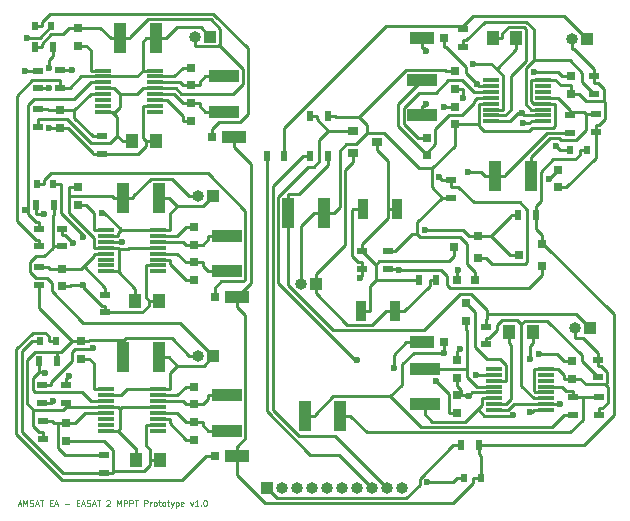
<source format=gbr>
G04 #@! TF.FileFunction,Copper,L1,Top,Signal*
%FSLAX46Y46*%
G04 Gerber Fmt 4.6, Leading zero omitted, Abs format (unit mm)*
G04 Created by KiCad (PCBNEW 4.0.7) date 04/07/18 17:00:11*
%MOMM*%
%LPD*%
G01*
G04 APERTURE LIST*
%ADD10C,0.100000*%
%ADD11C,0.125000*%
%ADD12R,0.800000X0.800000*%
%ADD13R,2.000000X1.100000*%
%ADD14R,0.750000X0.800000*%
%ADD15R,2.500000X1.000000*%
%ADD16R,0.900000X0.500000*%
%ADD17R,1.000000X1.250000*%
%ADD18R,0.600000X0.700000*%
%ADD19R,1.400000X0.300000*%
%ADD20R,0.500000X0.900000*%
%ADD21R,1.000000X2.500000*%
%ADD22R,0.800100X0.800100*%
%ADD23R,0.900000X1.700000*%
%ADD24R,0.800000X0.750000*%
%ADD25R,0.900000X0.800000*%
%ADD26R,1.000000X1.000000*%
%ADD27O,1.000000X1.000000*%
%ADD28C,0.600000*%
%ADD29C,0.250000*%
G04 APERTURE END LIST*
D10*
D11*
X124081909Y-125713333D02*
X124320004Y-125713333D01*
X124034290Y-125856190D02*
X124200957Y-125356190D01*
X124367623Y-125856190D01*
X124534290Y-125856190D02*
X124534290Y-125356190D01*
X124700956Y-125713333D01*
X124867623Y-125356190D01*
X124867623Y-125856190D01*
X125081909Y-125832381D02*
X125153338Y-125856190D01*
X125272385Y-125856190D01*
X125320004Y-125832381D01*
X125343814Y-125808571D01*
X125367623Y-125760952D01*
X125367623Y-125713333D01*
X125343814Y-125665714D01*
X125320004Y-125641905D01*
X125272385Y-125618095D01*
X125177147Y-125594286D01*
X125129528Y-125570476D01*
X125105719Y-125546667D01*
X125081909Y-125499048D01*
X125081909Y-125451429D01*
X125105719Y-125403810D01*
X125129528Y-125380000D01*
X125177147Y-125356190D01*
X125296195Y-125356190D01*
X125367623Y-125380000D01*
X125558099Y-125713333D02*
X125796194Y-125713333D01*
X125510480Y-125856190D02*
X125677147Y-125356190D01*
X125843813Y-125856190D01*
X125939051Y-125356190D02*
X126224765Y-125356190D01*
X126081908Y-125856190D02*
X126081908Y-125356190D01*
X126772384Y-125594286D02*
X126939050Y-125594286D01*
X127010479Y-125856190D02*
X126772384Y-125856190D01*
X126772384Y-125356190D01*
X127010479Y-125356190D01*
X127200955Y-125713333D02*
X127439050Y-125713333D01*
X127153336Y-125856190D02*
X127320003Y-125356190D01*
X127486669Y-125856190D01*
X128034288Y-125665714D02*
X128415240Y-125665714D01*
X129034288Y-125594286D02*
X129200954Y-125594286D01*
X129272383Y-125856190D02*
X129034288Y-125856190D01*
X129034288Y-125356190D01*
X129272383Y-125356190D01*
X129462859Y-125713333D02*
X129700954Y-125713333D01*
X129415240Y-125856190D02*
X129581907Y-125356190D01*
X129748573Y-125856190D01*
X129891430Y-125832381D02*
X129962859Y-125856190D01*
X130081906Y-125856190D01*
X130129525Y-125832381D01*
X130153335Y-125808571D01*
X130177144Y-125760952D01*
X130177144Y-125713333D01*
X130153335Y-125665714D01*
X130129525Y-125641905D01*
X130081906Y-125618095D01*
X129986668Y-125594286D01*
X129939049Y-125570476D01*
X129915240Y-125546667D01*
X129891430Y-125499048D01*
X129891430Y-125451429D01*
X129915240Y-125403810D01*
X129939049Y-125380000D01*
X129986668Y-125356190D01*
X130105716Y-125356190D01*
X130177144Y-125380000D01*
X130367620Y-125713333D02*
X130605715Y-125713333D01*
X130320001Y-125856190D02*
X130486668Y-125356190D01*
X130653334Y-125856190D01*
X130748572Y-125356190D02*
X131034286Y-125356190D01*
X130891429Y-125856190D02*
X130891429Y-125356190D01*
X131558095Y-125403810D02*
X131581905Y-125380000D01*
X131629524Y-125356190D01*
X131748571Y-125356190D01*
X131796190Y-125380000D01*
X131820000Y-125403810D01*
X131843809Y-125451429D01*
X131843809Y-125499048D01*
X131820000Y-125570476D01*
X131534286Y-125856190D01*
X131843809Y-125856190D01*
X132439047Y-125856190D02*
X132439047Y-125356190D01*
X132605713Y-125713333D01*
X132772380Y-125356190D01*
X132772380Y-125856190D01*
X133010476Y-125856190D02*
X133010476Y-125356190D01*
X133200952Y-125356190D01*
X133248571Y-125380000D01*
X133272380Y-125403810D01*
X133296190Y-125451429D01*
X133296190Y-125522857D01*
X133272380Y-125570476D01*
X133248571Y-125594286D01*
X133200952Y-125618095D01*
X133010476Y-125618095D01*
X133510476Y-125856190D02*
X133510476Y-125356190D01*
X133700952Y-125356190D01*
X133748571Y-125380000D01*
X133772380Y-125403810D01*
X133796190Y-125451429D01*
X133796190Y-125522857D01*
X133772380Y-125570476D01*
X133748571Y-125594286D01*
X133700952Y-125618095D01*
X133510476Y-125618095D01*
X133939047Y-125356190D02*
X134224761Y-125356190D01*
X134081904Y-125856190D02*
X134081904Y-125356190D01*
X134772380Y-125856190D02*
X134772380Y-125356190D01*
X134962856Y-125356190D01*
X135010475Y-125380000D01*
X135034284Y-125403810D01*
X135058094Y-125451429D01*
X135058094Y-125522857D01*
X135034284Y-125570476D01*
X135010475Y-125594286D01*
X134962856Y-125618095D01*
X134772380Y-125618095D01*
X135272380Y-125856190D02*
X135272380Y-125522857D01*
X135272380Y-125618095D02*
X135296189Y-125570476D01*
X135319999Y-125546667D01*
X135367618Y-125522857D01*
X135415237Y-125522857D01*
X135653332Y-125856190D02*
X135605713Y-125832381D01*
X135581904Y-125808571D01*
X135558094Y-125760952D01*
X135558094Y-125618095D01*
X135581904Y-125570476D01*
X135605713Y-125546667D01*
X135653332Y-125522857D01*
X135724761Y-125522857D01*
X135772380Y-125546667D01*
X135796189Y-125570476D01*
X135819999Y-125618095D01*
X135819999Y-125760952D01*
X135796189Y-125808571D01*
X135772380Y-125832381D01*
X135724761Y-125856190D01*
X135653332Y-125856190D01*
X135962856Y-125522857D02*
X136153332Y-125522857D01*
X136034285Y-125356190D02*
X136034285Y-125784762D01*
X136058094Y-125832381D01*
X136105713Y-125856190D01*
X136153332Y-125856190D01*
X136391427Y-125856190D02*
X136343808Y-125832381D01*
X136319999Y-125808571D01*
X136296189Y-125760952D01*
X136296189Y-125618095D01*
X136319999Y-125570476D01*
X136343808Y-125546667D01*
X136391427Y-125522857D01*
X136462856Y-125522857D01*
X136510475Y-125546667D01*
X136534284Y-125570476D01*
X136558094Y-125618095D01*
X136558094Y-125760952D01*
X136534284Y-125808571D01*
X136510475Y-125832381D01*
X136462856Y-125856190D01*
X136391427Y-125856190D01*
X136700951Y-125522857D02*
X136891427Y-125522857D01*
X136772380Y-125356190D02*
X136772380Y-125784762D01*
X136796189Y-125832381D01*
X136843808Y-125856190D01*
X136891427Y-125856190D01*
X137010475Y-125522857D02*
X137129522Y-125856190D01*
X137248570Y-125522857D02*
X137129522Y-125856190D01*
X137081903Y-125975238D01*
X137058094Y-125999048D01*
X137010475Y-126022857D01*
X137439046Y-125522857D02*
X137439046Y-126022857D01*
X137439046Y-125546667D02*
X137486665Y-125522857D01*
X137581903Y-125522857D01*
X137629522Y-125546667D01*
X137653331Y-125570476D01*
X137677141Y-125618095D01*
X137677141Y-125760952D01*
X137653331Y-125808571D01*
X137629522Y-125832381D01*
X137581903Y-125856190D01*
X137486665Y-125856190D01*
X137439046Y-125832381D01*
X138081903Y-125832381D02*
X138034284Y-125856190D01*
X137939046Y-125856190D01*
X137891427Y-125832381D01*
X137867617Y-125784762D01*
X137867617Y-125594286D01*
X137891427Y-125546667D01*
X137939046Y-125522857D01*
X138034284Y-125522857D01*
X138081903Y-125546667D01*
X138105712Y-125594286D01*
X138105712Y-125641905D01*
X137867617Y-125689524D01*
X138653331Y-125522857D02*
X138772378Y-125856190D01*
X138891426Y-125522857D01*
X139343806Y-125856190D02*
X139058092Y-125856190D01*
X139200949Y-125856190D02*
X139200949Y-125356190D01*
X139153330Y-125427619D01*
X139105711Y-125475238D01*
X139058092Y-125499048D01*
X139558092Y-125808571D02*
X139581901Y-125832381D01*
X139558092Y-125856190D01*
X139534282Y-125832381D01*
X139558092Y-125808571D01*
X139558092Y-125856190D01*
X139891425Y-125356190D02*
X139939044Y-125356190D01*
X139986663Y-125380000D01*
X140010472Y-125403810D01*
X140034282Y-125451429D01*
X140058091Y-125546667D01*
X140058091Y-125665714D01*
X140034282Y-125760952D01*
X140010472Y-125808571D01*
X139986663Y-125832381D01*
X139939044Y-125856190D01*
X139891425Y-125856190D01*
X139843806Y-125832381D01*
X139819996Y-125808571D01*
X139796187Y-125760952D01*
X139772377Y-125665714D01*
X139772377Y-125546667D01*
X139796187Y-125451429D01*
X139819996Y-125403810D01*
X139843806Y-125380000D01*
X139891425Y-125356190D01*
D12*
X160150000Y-112000000D03*
D13*
X158250000Y-112000000D03*
D14*
X161250000Y-116500000D03*
X161250000Y-118000000D03*
X161250000Y-113500000D03*
X161250000Y-115000000D03*
D15*
X158500000Y-117250000D03*
X158500000Y-114250000D03*
D14*
X170970000Y-113580000D03*
X170970000Y-115080000D03*
D16*
X171070000Y-118180000D03*
X171070000Y-116680000D03*
X173170000Y-114980000D03*
X173170000Y-113480000D03*
X173270000Y-116680000D03*
X173270000Y-118180000D03*
X163670000Y-110680000D03*
X163670000Y-112180000D03*
D17*
X167670000Y-111130000D03*
X165670000Y-111130000D03*
D14*
X158670000Y-94680000D03*
X158670000Y-96180000D03*
D18*
X161850000Y-123500000D03*
X163250000Y-123500000D03*
D19*
X168750000Y-117750000D03*
X168750000Y-117250000D03*
X168750000Y-116750000D03*
X168750000Y-116250000D03*
X168750000Y-115750000D03*
X164350000Y-115750000D03*
X164350000Y-116250000D03*
X164350000Y-116750000D03*
X164350000Y-117250000D03*
X164350000Y-117750000D03*
X168750000Y-115250000D03*
X168750000Y-114750000D03*
X168750000Y-114250000D03*
X164350000Y-115250000D03*
X164350000Y-114750000D03*
X164350000Y-114250000D03*
D20*
X161620000Y-120730000D03*
X163120000Y-120730000D03*
D21*
X148370000Y-118230000D03*
X151370000Y-118230000D03*
D14*
X161050000Y-92050000D03*
X161050000Y-93550000D03*
X161050000Y-89050000D03*
X161050000Y-90550000D03*
D15*
X158300000Y-92800000D03*
X158300000Y-89800000D03*
D12*
X160150000Y-86250000D03*
D13*
X158250000Y-86250000D03*
D20*
X166420000Y-101230000D03*
X167920000Y-101230000D03*
D16*
X170770000Y-94280000D03*
X170770000Y-92780000D03*
D14*
X169770000Y-97380000D03*
X169770000Y-98880000D03*
D16*
X172970000Y-92680000D03*
X172970000Y-94180000D03*
D18*
X170850000Y-95750000D03*
X172250000Y-95750000D03*
D16*
X161750000Y-85500000D03*
X161750000Y-87000000D03*
D21*
X164470000Y-97930000D03*
X167470000Y-97930000D03*
D14*
X170870000Y-89480000D03*
X170870000Y-90980000D03*
D19*
X168550000Y-93300000D03*
X168550000Y-92800000D03*
X168550000Y-92300000D03*
X168550000Y-91800000D03*
X168550000Y-91300000D03*
X164150000Y-91300000D03*
X164150000Y-91800000D03*
X164150000Y-92300000D03*
X164150000Y-92800000D03*
X164150000Y-93300000D03*
X168550000Y-90800000D03*
X168550000Y-90300000D03*
X168550000Y-89800000D03*
X164150000Y-90800000D03*
X164150000Y-90300000D03*
X164150000Y-89800000D03*
D17*
X166250000Y-86250000D03*
X164250000Y-86250000D03*
D16*
X172870000Y-90980000D03*
X172870000Y-89480000D03*
D15*
X141750000Y-116500000D03*
X141750000Y-119500000D03*
D12*
X140720000Y-121630000D03*
D13*
X142620000Y-121630000D03*
D14*
X139000000Y-120250000D03*
X139000000Y-118750000D03*
X139000000Y-117250000D03*
X139000000Y-115750000D03*
D19*
X131500000Y-116000000D03*
X131500000Y-116500000D03*
X131500000Y-117000000D03*
X131500000Y-117500000D03*
X131500000Y-118000000D03*
X135900000Y-118000000D03*
X135900000Y-117500000D03*
X135900000Y-117000000D03*
X135900000Y-116500000D03*
X135900000Y-116000000D03*
X131500000Y-118500000D03*
X131500000Y-119000000D03*
X131500000Y-119500000D03*
X135900000Y-118500000D03*
X135900000Y-119000000D03*
X135900000Y-119500000D03*
D17*
X134070000Y-121930000D03*
X136070000Y-121930000D03*
D16*
X126170000Y-118680000D03*
X126170000Y-120180000D03*
D14*
X128170000Y-120380000D03*
X128170000Y-118880000D03*
D16*
X131370000Y-123080000D03*
X131370000Y-121580000D03*
D21*
X136000000Y-113250000D03*
X133000000Y-113250000D03*
D20*
X125870000Y-113630000D03*
X127370000Y-113630000D03*
D14*
X129370000Y-113380000D03*
X129370000Y-111880000D03*
D16*
X126120000Y-117130000D03*
X126120000Y-115630000D03*
D18*
X125920000Y-111880000D03*
X127320000Y-111880000D03*
D16*
X128120000Y-115630000D03*
X128120000Y-117130000D03*
D15*
X141750000Y-103000000D03*
X141750000Y-106000000D03*
D12*
X140720000Y-108130000D03*
D13*
X142620000Y-108130000D03*
D14*
X139000000Y-106750000D03*
X139000000Y-105250000D03*
X139000000Y-103750000D03*
X139000000Y-102250000D03*
D19*
X131500000Y-102500000D03*
X131500000Y-103000000D03*
X131500000Y-103500000D03*
X131500000Y-104000000D03*
X131500000Y-104500000D03*
X135900000Y-104500000D03*
X135900000Y-104000000D03*
X135900000Y-103500000D03*
X135900000Y-103000000D03*
X135900000Y-102500000D03*
X131500000Y-105000000D03*
X131500000Y-105500000D03*
X131500000Y-106000000D03*
X135900000Y-105000000D03*
X135900000Y-105500000D03*
X135900000Y-106000000D03*
D17*
X134000000Y-108500000D03*
X136000000Y-108500000D03*
D16*
X125870000Y-105630000D03*
X125870000Y-107130000D03*
D14*
X127770000Y-107280000D03*
X127770000Y-105780000D03*
D16*
X131470000Y-109480000D03*
X131470000Y-107980000D03*
D21*
X136000000Y-99750000D03*
X133000000Y-99750000D03*
D20*
X127120000Y-100380000D03*
X125620000Y-100380000D03*
D14*
X129120000Y-100380000D03*
X129120000Y-98880000D03*
D16*
X125870000Y-103880000D03*
X125870000Y-102380000D03*
D18*
X127070000Y-98630000D03*
X125670000Y-98630000D03*
D16*
X127770000Y-102380000D03*
X127770000Y-103880000D03*
D19*
X131250000Y-89000000D03*
X131250000Y-89500000D03*
X131250000Y-90000000D03*
X131250000Y-90500000D03*
X131250000Y-91000000D03*
X135650000Y-91000000D03*
X135650000Y-90500000D03*
X135650000Y-90000000D03*
X135650000Y-89500000D03*
X135650000Y-89000000D03*
X131250000Y-91500000D03*
X131250000Y-92000000D03*
X131250000Y-92500000D03*
X135650000Y-91500000D03*
X135650000Y-92000000D03*
X135650000Y-92500000D03*
D22*
X168470760Y-105580000D03*
X168470760Y-103680000D03*
X166471780Y-104630000D03*
D23*
X156020000Y-109330000D03*
X153120000Y-109330000D03*
D17*
X133750000Y-95000000D03*
X135750000Y-95000000D03*
D21*
X135750000Y-86250000D03*
X132750000Y-86250000D03*
D14*
X138750000Y-90250000D03*
X138750000Y-88750000D03*
X138750000Y-93250000D03*
X138750000Y-91750000D03*
X129120000Y-86880000D03*
X129120000Y-85380000D03*
X127620000Y-93880000D03*
X127620000Y-92380000D03*
X161970000Y-108680000D03*
X161970000Y-110180000D03*
D24*
X161250000Y-106750000D03*
X162750000Y-106750000D03*
D18*
X126900000Y-85250000D03*
X125500000Y-85250000D03*
D12*
X140470000Y-94630000D03*
D13*
X142370000Y-94630000D03*
D15*
X141500000Y-89500000D03*
X141500000Y-92500000D03*
D16*
X127670000Y-88980000D03*
X127670000Y-90480000D03*
X125750000Y-90500000D03*
X125750000Y-89000000D03*
D20*
X127000000Y-87000000D03*
X125500000Y-87000000D03*
D16*
X131170000Y-96080000D03*
X131170000Y-94580000D03*
X125750000Y-92250000D03*
X125750000Y-93750000D03*
X155370000Y-105780000D03*
X155370000Y-104280000D03*
X153170000Y-104280000D03*
X153170000Y-105780000D03*
D23*
X156150000Y-100750000D03*
X153250000Y-100750000D03*
D16*
X160750000Y-98250000D03*
X160750000Y-99750000D03*
D20*
X159500000Y-106750000D03*
X158000000Y-106750000D03*
D22*
X162999760Y-104900000D03*
X162999760Y-103000000D03*
X161000780Y-103950000D03*
D21*
X146970000Y-101030000D03*
X149970000Y-101030000D03*
D20*
X148820000Y-92830000D03*
X150320000Y-92830000D03*
X145120000Y-96230000D03*
X146620000Y-96230000D03*
X148800000Y-96240000D03*
X150300000Y-96240000D03*
D25*
X152470000Y-94080000D03*
X152470000Y-95980000D03*
X154470000Y-95030000D03*
D26*
X140620000Y-99630000D03*
D27*
X139350000Y-99630000D03*
D26*
X140620000Y-113130000D03*
D27*
X139350000Y-113130000D03*
D26*
X140370000Y-86130000D03*
D27*
X139100000Y-86130000D03*
D26*
X172270000Y-86330000D03*
D27*
X171000000Y-86330000D03*
D26*
X172470000Y-110830000D03*
D27*
X171200000Y-110830000D03*
D26*
X149270000Y-107030000D03*
D27*
X148000000Y-107030000D03*
D26*
X145170000Y-124330000D03*
D27*
X146440000Y-124330000D03*
X147710000Y-124330000D03*
X148980000Y-124330000D03*
X150250000Y-124330000D03*
X151520000Y-124330000D03*
X152790000Y-124330000D03*
X154060000Y-124330000D03*
X155330000Y-124330000D03*
X156600000Y-124330000D03*
D28*
X162228700Y-116568300D03*
X127075900Y-116986000D03*
X124670500Y-89000000D03*
X131149200Y-101048800D03*
X126716500Y-93880000D03*
X124863400Y-86224600D03*
X129565100Y-107194400D03*
X129565100Y-103127900D03*
X161303400Y-105863900D03*
X166731300Y-92603300D03*
X169970100Y-117250000D03*
X161478400Y-112563300D03*
X166797800Y-93403700D03*
X167425600Y-117905100D03*
X168995400Y-98154600D03*
X156353300Y-105877500D03*
X160137300Y-92050000D03*
X159747400Y-98027600D03*
X167730600Y-89126200D03*
X169617700Y-95373500D03*
X158644900Y-87302500D03*
X153017400Y-106566000D03*
X158494200Y-102495500D03*
X159482900Y-115312700D03*
X162190300Y-97583900D03*
X162918800Y-90129600D03*
X160108200Y-112915800D03*
X162814000Y-114737000D03*
X161786400Y-91302600D03*
X162586100Y-88403100D03*
X158586300Y-91795600D03*
X166018800Y-118143900D03*
X167406800Y-113398600D03*
X168148100Y-112998900D03*
X152794600Y-113481000D03*
X158705300Y-123824800D03*
X155882700Y-114145100D03*
X124655700Y-100779800D03*
X128421000Y-114868100D03*
X130409300Y-112452100D03*
X132915600Y-103500000D03*
X126710000Y-88752200D03*
X126364700Y-114576400D03*
X126271600Y-101155300D03*
X128637900Y-88980000D03*
X126715900Y-90500000D03*
X128735900Y-103633600D03*
D29*
X137521100Y-85304200D02*
X136575300Y-86250000D01*
X139544200Y-85304200D02*
X137521100Y-85304200D01*
X140370000Y-86130000D02*
X139544200Y-85304200D01*
X135750000Y-86250000D02*
X136575300Y-86250000D01*
X135750000Y-86250000D02*
X134924700Y-86250000D01*
X135650000Y-89000000D02*
X134624700Y-89000000D01*
X125870000Y-103880000D02*
X125870000Y-103304700D01*
X129425300Y-89500000D02*
X128445300Y-90480000D01*
X131250000Y-89500000D02*
X129425300Y-89500000D01*
X125582400Y-103304700D02*
X125870000Y-103304700D01*
X123973800Y-101696100D02*
X125582400Y-103304700D01*
X123973800Y-91113300D02*
X123973800Y-101696100D01*
X125262600Y-89824500D02*
X123973800Y-91113300D01*
X127589800Y-89824500D02*
X125262600Y-89824500D01*
X127670000Y-89904700D02*
X127589800Y-89824500D01*
X127670000Y-90480000D02*
X128445300Y-90480000D01*
X127670000Y-90480000D02*
X127670000Y-89904700D01*
X134624700Y-86550000D02*
X134924700Y-86250000D01*
X134624700Y-89000000D02*
X134624700Y-86550000D01*
X134124700Y-89500000D02*
X131250000Y-89500000D01*
X134624700Y-89000000D02*
X134124700Y-89500000D01*
X133000000Y-113250000D02*
X133000000Y-112002400D01*
X131500000Y-104000000D02*
X130474700Y-104000000D01*
X169770000Y-98880000D02*
X170470300Y-98880000D01*
X129120000Y-98880000D02*
X128419700Y-98880000D01*
X131500000Y-104000000D02*
X132525300Y-104000000D01*
X131500000Y-117500000D02*
X132525300Y-117500000D01*
X131500000Y-106000000D02*
X132525300Y-106000000D01*
X134000000Y-107474700D02*
X134000000Y-108500000D01*
X132525300Y-106000000D02*
X134000000Y-107474700D01*
X132525300Y-117500000D02*
X132692600Y-117667300D01*
X132859900Y-117500000D02*
X135900000Y-117500000D01*
X132692600Y-117667300D02*
X132859900Y-117500000D01*
X134070000Y-121930000D02*
X134070000Y-120979700D01*
X139350000Y-99630000D02*
X138524700Y-99630000D01*
X133000000Y-99750000D02*
X133825300Y-99750000D01*
X133000000Y-99750000D02*
X132174700Y-99750000D01*
X132037300Y-99612600D02*
X132174700Y-99750000D01*
X128419700Y-99612600D02*
X132037300Y-99612600D01*
X139350000Y-113130000D02*
X138524700Y-113130000D01*
X129370000Y-111880000D02*
X128669700Y-111880000D01*
X129370000Y-111880000D02*
X130070300Y-111880000D01*
X133205400Y-111674600D02*
X133000000Y-111880000D01*
X137069300Y-111674600D02*
X133205400Y-111674600D01*
X138524700Y-113130000D02*
X137069300Y-111674600D01*
X133000000Y-111880000D02*
X133000000Y-112002400D01*
X170870000Y-90980000D02*
X170870000Y-90254700D01*
X172970000Y-94180000D02*
X172970000Y-93604700D01*
X128419700Y-101098100D02*
X128419700Y-99612600D01*
X130474700Y-103153100D02*
X128419700Y-101098100D01*
X130474700Y-104000000D02*
X130474700Y-103153100D01*
X131054700Y-85380000D02*
X129120000Y-85380000D01*
X131924700Y-86250000D02*
X131054700Y-85380000D01*
X126075300Y-86708800D02*
X126075300Y-87000000D01*
X126858700Y-85925400D02*
X126075300Y-86708800D01*
X127874300Y-85925400D02*
X126858700Y-85925400D01*
X128419700Y-85380000D02*
X127874300Y-85925400D01*
X129120000Y-85380000D02*
X128419700Y-85380000D01*
X125500000Y-87000000D02*
X126075300Y-87000000D01*
X133825300Y-99646800D02*
X133825300Y-99750000D01*
X135297500Y-98174600D02*
X133825300Y-99646800D01*
X137069300Y-98174600D02*
X135297500Y-98174600D01*
X138524700Y-99630000D02*
X137069300Y-98174600D01*
X161250000Y-116500000D02*
X161600200Y-116500000D01*
X173170000Y-113480000D02*
X173170000Y-114055300D01*
X161250000Y-115000000D02*
X161250000Y-115725300D01*
X161600200Y-116075500D02*
X161250000Y-115725300D01*
X161600200Y-116500000D02*
X161600200Y-116075500D01*
X161600200Y-116500000D02*
X161950300Y-116500000D01*
X172970000Y-96380300D02*
X172970000Y-94180000D01*
X170470300Y-98880000D02*
X172970000Y-96380300D01*
X162018600Y-116568300D02*
X162228700Y-116568300D01*
X161950300Y-116500000D02*
X162018600Y-116568300D01*
X162547000Y-116250000D02*
X164350000Y-116250000D01*
X162228700Y-116568300D02*
X162547000Y-116250000D01*
X173270000Y-118180000D02*
X173270000Y-117604700D01*
X167861600Y-116250000D02*
X168750000Y-116250000D01*
X167724700Y-116113100D02*
X167861600Y-116250000D01*
X167724700Y-114250000D02*
X167724700Y-116113100D01*
X168750000Y-114250000D02*
X167724700Y-114250000D01*
X170269700Y-114744400D02*
X169775300Y-114250000D01*
X170269700Y-115080000D02*
X170269700Y-114744400D01*
X170970000Y-115080000D02*
X170269700Y-115080000D01*
X168750000Y-114250000D02*
X169775300Y-114250000D01*
X173557600Y-117604700D02*
X173270000Y-117604700D01*
X174045400Y-117116900D02*
X173557600Y-117604700D01*
X174045400Y-115794000D02*
X174045400Y-117116900D01*
X173806800Y-115555400D02*
X174045400Y-115794000D01*
X173945400Y-115416800D02*
X173806800Y-115555400D01*
X173945400Y-114543100D02*
X173945400Y-115416800D01*
X173457600Y-114055300D02*
X173945400Y-114543100D01*
X173170000Y-114055300D02*
X173457600Y-114055300D01*
X172145700Y-115555400D02*
X171670300Y-115080000D01*
X173806800Y-115555400D02*
X172145700Y-115555400D01*
X170970000Y-115080000D02*
X171670300Y-115080000D01*
X171200000Y-110830000D02*
X171200000Y-111655300D01*
X173170000Y-113480000D02*
X173170000Y-112904700D01*
X127370000Y-113630000D02*
X127370000Y-112854700D01*
X125870000Y-109080300D02*
X128669700Y-111880000D01*
X125870000Y-107130000D02*
X125870000Y-109080300D01*
X128120000Y-117130000D02*
X128120000Y-117477700D01*
X130452400Y-117477700D02*
X130474700Y-117500000D01*
X128120000Y-117477700D02*
X130452400Y-117477700D01*
X131500000Y-117500000D02*
X130474700Y-117500000D01*
X132692600Y-119332700D02*
X132525300Y-119500000D01*
X132692600Y-117667300D02*
X132692600Y-119332700D01*
X131500000Y-119500000D02*
X132525300Y-119500000D01*
X134005000Y-120979700D02*
X134070000Y-120979700D01*
X132525300Y-119500000D02*
X134005000Y-120979700D01*
X172870000Y-89480000D02*
X172870000Y-90055300D01*
X170870000Y-90980000D02*
X171570300Y-90980000D01*
X172191500Y-91601200D02*
X171570300Y-90980000D01*
X173671900Y-91601200D02*
X172191500Y-91601200D01*
X173671900Y-90569600D02*
X173671900Y-91601200D01*
X173157600Y-90055300D02*
X173671900Y-90569600D01*
X172870000Y-90055300D02*
X173157600Y-90055300D01*
X173257600Y-93604700D02*
X172970000Y-93604700D01*
X173745400Y-93116900D02*
X173257600Y-93604700D01*
X173745400Y-91674700D02*
X173745400Y-93116900D01*
X173671900Y-91601200D02*
X173745400Y-91674700D01*
X170030000Y-90254700D02*
X169575300Y-89800000D01*
X170870000Y-90254700D02*
X170030000Y-90254700D01*
X168714900Y-89800000D02*
X169575300Y-89800000D01*
X168714900Y-89800000D02*
X168550000Y-89800000D01*
X167739900Y-91800000D02*
X168550000Y-91800000D01*
X167524700Y-91584800D02*
X167739900Y-91800000D01*
X167524700Y-89800000D02*
X167524700Y-91584800D01*
X168550000Y-89800000D02*
X167524700Y-89800000D01*
X171920600Y-111655300D02*
X173170000Y-112904700D01*
X171200000Y-111655300D02*
X171920600Y-111655300D01*
X168550000Y-91800000D02*
X169575300Y-91800000D01*
X171120600Y-87155300D02*
X172870000Y-88904700D01*
X171000000Y-87155300D02*
X171120600Y-87155300D01*
X172870000Y-89480000D02*
X172870000Y-88904700D01*
X171000000Y-86330000D02*
X171000000Y-87155300D01*
X127695000Y-112854700D02*
X127370000Y-112854700D01*
X128669700Y-111880000D02*
X127695000Y-112854700D01*
X126170000Y-120180000D02*
X126170000Y-119604700D01*
X127892300Y-117705400D02*
X128120000Y-117477700D01*
X125382800Y-117705400D02*
X127892300Y-117705400D01*
X124844600Y-117167200D02*
X125382800Y-117705400D01*
X124844600Y-113494900D02*
X124844600Y-117167200D01*
X125484800Y-112854700D02*
X124844600Y-113494900D01*
X127370000Y-112854700D02*
X125484800Y-112854700D01*
X125882300Y-119604700D02*
X126170000Y-119604700D01*
X125382800Y-119105200D02*
X125882300Y-119604700D01*
X125382800Y-117705400D02*
X125382800Y-119105200D01*
X130123500Y-111826800D02*
X130070300Y-111880000D01*
X132946800Y-111826800D02*
X130123500Y-111826800D01*
X133000000Y-111880000D02*
X132946800Y-111826800D01*
X132525300Y-104000000D02*
X132650600Y-104125300D01*
X132650600Y-105874700D02*
X132525300Y-106000000D01*
X132650600Y-104125300D02*
X132650600Y-105874700D01*
X135250000Y-90500000D02*
X134624700Y-90500000D01*
X155370000Y-104280000D02*
X156032700Y-104280000D01*
X162750000Y-106750000D02*
X162750000Y-106049700D01*
X133750000Y-95000000D02*
X132924700Y-95000000D01*
X125750000Y-93750000D02*
X125750000Y-93174700D01*
X133496200Y-104000000D02*
X135900000Y-104000000D01*
X133370900Y-104125300D02*
X133496200Y-104000000D01*
X132650600Y-104125300D02*
X133370900Y-104125300D01*
X131250000Y-90500000D02*
X132162700Y-90500000D01*
X134119000Y-91005700D02*
X134624700Y-90500000D01*
X132668400Y-91005700D02*
X134119000Y-91005700D01*
X132668400Y-92106900D02*
X132275300Y-92500000D01*
X132668400Y-91005700D02*
X132668400Y-92106900D01*
X131250000Y-92500000D02*
X131997700Y-92500000D01*
X131997700Y-92500000D02*
X132275300Y-92500000D01*
X132461500Y-92963800D02*
X132461500Y-94536800D01*
X131997700Y-92500000D02*
X132461500Y-92963800D01*
X131830900Y-95167400D02*
X132461500Y-94536800D01*
X130273300Y-95167400D02*
X131830900Y-95167400D01*
X128238700Y-93132800D02*
X130273300Y-95167400D01*
X125791900Y-93132800D02*
X128238700Y-93132800D01*
X125750000Y-93174700D02*
X125791900Y-93132800D01*
X132461500Y-94536800D02*
X132924700Y-95000000D01*
X128419700Y-99612600D02*
X128419700Y-98880000D01*
X132162700Y-90500000D02*
X132668400Y-91005700D01*
X132750000Y-86250000D02*
X131924700Y-86250000D01*
X139100000Y-86130000D02*
X139100000Y-86955300D01*
X132750000Y-86250000D02*
X133575300Y-86250000D01*
X135250000Y-90500000D02*
X135650000Y-90500000D01*
X143083900Y-88843700D02*
X141102900Y-86862700D01*
X143083900Y-90134800D02*
X143083900Y-88843700D01*
X142242000Y-90976700D02*
X143083900Y-90134800D01*
X137913300Y-90976700D02*
X142242000Y-90976700D01*
X137436600Y-90500000D02*
X137913300Y-90976700D01*
X135650000Y-90500000D02*
X137436600Y-90500000D01*
X141010300Y-86955300D02*
X141102900Y-86862700D01*
X139100000Y-86955300D02*
X141010300Y-86955300D01*
X133575300Y-86146800D02*
X133575300Y-86250000D01*
X135047500Y-84674600D02*
X133575300Y-86146800D01*
X140415900Y-84674600D02*
X135047500Y-84674600D01*
X141195500Y-85454200D02*
X140415900Y-84674600D01*
X141195500Y-86770100D02*
X141195500Y-85454200D01*
X141102900Y-86862700D02*
X141195500Y-86770100D01*
X161050000Y-89050000D02*
X160349700Y-89050000D01*
X150983600Y-92918300D02*
X150895300Y-92830000D01*
X152931400Y-92918300D02*
X150983600Y-92918300D01*
X160237100Y-88937400D02*
X160349700Y-89050000D01*
X156912300Y-88937400D02*
X160237100Y-88937400D01*
X152931400Y-92918300D02*
X156912300Y-88937400D01*
X150320000Y-92830000D02*
X150895300Y-92830000D01*
X164150000Y-91800000D02*
X163124700Y-91800000D01*
X149970000Y-101030000D02*
X150795300Y-101030000D01*
X148000000Y-102174700D02*
X149144700Y-101030000D01*
X148000000Y-107030000D02*
X148000000Y-102174700D01*
X149970000Y-101030000D02*
X149144700Y-101030000D01*
X160750000Y-99750000D02*
X159974700Y-99750000D01*
X153598100Y-93585000D02*
X153598100Y-94283900D01*
X152931400Y-92918300D02*
X153598100Y-93585000D01*
X151294300Y-100531000D02*
X150795300Y-101030000D01*
X151294300Y-95793200D02*
X151294300Y-100531000D01*
X151872500Y-95215000D02*
X151294300Y-95793200D01*
X152667000Y-95215000D02*
X151872500Y-95215000D01*
X153598100Y-94283900D02*
X152667000Y-95215000D01*
X157439100Y-102873600D02*
X157868100Y-102873600D01*
X156032700Y-104280000D02*
X157439100Y-102873600D01*
X162049700Y-105349400D02*
X162750000Y-106049700D01*
X162049700Y-103704300D02*
X162049700Y-105349400D01*
X161466200Y-103120800D02*
X162049700Y-103704300D01*
X158115300Y-103120800D02*
X161466200Y-103120800D01*
X157868100Y-102873600D02*
X158115300Y-103120800D01*
X157868100Y-101856600D02*
X157868100Y-102873600D01*
X159974700Y-99750000D02*
X157868100Y-101856600D01*
X161050000Y-93550000D02*
X161750300Y-93550000D01*
X163124700Y-93550000D02*
X161750300Y-93550000D01*
X163124700Y-93686500D02*
X163124700Y-93550000D01*
X163529400Y-94091200D02*
X163124700Y-93686500D01*
X167370400Y-94091200D02*
X163529400Y-94091200D01*
X167632000Y-93829600D02*
X167370400Y-94091200D01*
X169400500Y-93829600D02*
X167632000Y-93829600D01*
X169575300Y-93654800D02*
X169400500Y-93829600D01*
X169575300Y-91800000D02*
X169575300Y-93654800D01*
X163124700Y-93550000D02*
X163124700Y-91800000D01*
X159121400Y-98896700D02*
X159974700Y-99750000D01*
X159121400Y-97281200D02*
X159121400Y-98896700D01*
X158032100Y-97281200D02*
X159121400Y-97281200D01*
X155034800Y-94283900D02*
X158032100Y-97281200D01*
X153598100Y-94283900D02*
X155034800Y-94283900D01*
X161050000Y-95352600D02*
X161050000Y-93550000D01*
X159121400Y-97281200D02*
X161050000Y-95352600D01*
X126120000Y-117130000D02*
X126895300Y-117130000D01*
X127039300Y-116986000D02*
X127075900Y-116986000D01*
X126895300Y-117130000D02*
X127039300Y-116986000D01*
X131500000Y-103000000D02*
X132525300Y-103000000D01*
X125750000Y-89000000D02*
X124974700Y-89000000D01*
X124974700Y-89000000D02*
X124670500Y-89000000D01*
X136000000Y-99750000D02*
X136825300Y-99750000D01*
X139760000Y-100490000D02*
X137565300Y-100490000D01*
X140620000Y-99630000D02*
X139760000Y-100490000D01*
X137565300Y-100490000D02*
X136825300Y-99750000D01*
X136925300Y-101130000D02*
X137565300Y-100490000D01*
X136925300Y-102500000D02*
X136925300Y-101130000D01*
X135900000Y-102500000D02*
X136925300Y-102500000D01*
X132769300Y-102500000D02*
X135900000Y-102500000D01*
X132525300Y-102744000D02*
X132769300Y-102500000D01*
X132525300Y-103000000D02*
X132525300Y-102744000D01*
X131373400Y-101048800D02*
X131149200Y-101048800D01*
X132769300Y-102444700D02*
X131373400Y-101048800D01*
X132769300Y-102500000D02*
X132769300Y-102444700D01*
X136000000Y-113250000D02*
X136825300Y-113250000D01*
X135900000Y-116000000D02*
X136925300Y-116000000D01*
X127770000Y-103880000D02*
X127107300Y-103880000D01*
X127120000Y-100380000D02*
X127120000Y-101155300D01*
X132769200Y-116500000D02*
X131500000Y-116500000D01*
X133269200Y-116000000D02*
X132769200Y-116500000D01*
X135900000Y-116000000D02*
X133269200Y-116000000D01*
X136925300Y-114594600D02*
X137547600Y-113972300D01*
X136925300Y-116000000D02*
X136925300Y-114594600D01*
X137547600Y-113972300D02*
X136825300Y-113250000D01*
X139777700Y-113972300D02*
X140568700Y-113181300D01*
X137547600Y-113972300D02*
X139777700Y-113972300D01*
X140568700Y-113181300D02*
X140620000Y-113130000D01*
X126994700Y-103983300D02*
X126994700Y-103880000D01*
X126272700Y-104705300D02*
X126994700Y-103983300D01*
X125571600Y-104705300D02*
X126272700Y-104705300D01*
X125094600Y-105182300D02*
X125571600Y-104705300D01*
X125094600Y-106076600D02*
X125094600Y-105182300D01*
X125572600Y-106554600D02*
X125094600Y-106076600D01*
X126503500Y-106554600D02*
X125572600Y-106554600D01*
X126933000Y-106984100D02*
X126503500Y-106554600D01*
X126933000Y-107700200D02*
X126933000Y-106984100D01*
X129606800Y-110374000D02*
X126933000Y-107700200D01*
X137761400Y-110374000D02*
X129606800Y-110374000D01*
X140568700Y-113181300D02*
X137761400Y-110374000D01*
X127107300Y-103880000D02*
X126994700Y-103880000D01*
X126994700Y-101280600D02*
X127120000Y-101155300D01*
X126994700Y-103880000D02*
X126994700Y-101280600D01*
X137799700Y-90000000D02*
X136675300Y-90000000D01*
X138049700Y-90250000D02*
X137799700Y-90000000D01*
X135650000Y-90000000D02*
X136675300Y-90000000D01*
X138399900Y-90250000D02*
X138049700Y-90250000D01*
X138399900Y-90250000D02*
X138750000Y-90250000D01*
X139450300Y-89974400D02*
X139924700Y-89500000D01*
X139450300Y-90250000D02*
X139450300Y-89974400D01*
X141500000Y-89500000D02*
X139924700Y-89500000D01*
X138750000Y-90250000D02*
X139450300Y-90250000D01*
X138750000Y-88750000D02*
X138049700Y-88750000D01*
X137299700Y-89500000D02*
X135650000Y-89500000D01*
X138049700Y-88750000D02*
X137299700Y-89500000D01*
X140174700Y-103275600D02*
X139700300Y-103750000D01*
X140174700Y-103000000D02*
X140174700Y-103275600D01*
X139000000Y-103750000D02*
X139700300Y-103750000D01*
X141750000Y-103000000D02*
X140174700Y-103000000D01*
X138049700Y-103500000D02*
X138299700Y-103750000D01*
X135900000Y-103500000D02*
X138049700Y-103500000D01*
X139000000Y-103750000D02*
X138299700Y-103750000D01*
X137549700Y-103000000D02*
X138299700Y-102250000D01*
X135900000Y-103000000D02*
X137549700Y-103000000D01*
X139000000Y-102250000D02*
X138299700Y-102250000D01*
X140174700Y-116775600D02*
X139700300Y-117250000D01*
X140174700Y-116500000D02*
X140174700Y-116775600D01*
X139000000Y-117250000D02*
X139700300Y-117250000D01*
X141750000Y-116500000D02*
X140174700Y-116500000D01*
X138049700Y-117000000D02*
X138299700Y-117250000D01*
X135900000Y-117000000D02*
X138049700Y-117000000D01*
X139000000Y-117250000D02*
X138299700Y-117250000D01*
X137549700Y-116500000D02*
X138299700Y-115750000D01*
X135900000Y-116500000D02*
X137549700Y-116500000D01*
X139000000Y-115750000D02*
X138299700Y-115750000D01*
X138049700Y-92874400D02*
X138049700Y-93250000D01*
X136675300Y-91500000D02*
X138049700Y-92874400D01*
X135650000Y-91500000D02*
X136675300Y-91500000D01*
X138750000Y-93250000D02*
X138049700Y-93250000D01*
X139450300Y-92025600D02*
X139924700Y-92500000D01*
X139450300Y-91750000D02*
X139450300Y-92025600D01*
X141500000Y-92500000D02*
X139924700Y-92500000D01*
X138750000Y-91750000D02*
X139450300Y-91750000D01*
X137299700Y-91000000D02*
X138049700Y-91750000D01*
X135650000Y-91000000D02*
X137299700Y-91000000D01*
X138750000Y-91750000D02*
X138049700Y-91750000D01*
X136925300Y-105375600D02*
X138299700Y-106750000D01*
X136925300Y-105000000D02*
X136925300Y-105375600D01*
X139000000Y-106750000D02*
X138299700Y-106750000D01*
X135900000Y-105000000D02*
X136925300Y-105000000D01*
X137549700Y-104500000D02*
X135900000Y-104500000D01*
X138299700Y-105250000D02*
X137549700Y-104500000D01*
X138649900Y-105250000D02*
X138299700Y-105250000D01*
X138649900Y-105250000D02*
X139000000Y-105250000D01*
X139700300Y-105525600D02*
X140174700Y-106000000D01*
X139700300Y-105250000D02*
X139700300Y-105525600D01*
X141750000Y-106000000D02*
X140174700Y-106000000D01*
X139000000Y-105250000D02*
X139700300Y-105250000D01*
X136925300Y-118875600D02*
X138299700Y-120250000D01*
X136925300Y-118500000D02*
X136925300Y-118875600D01*
X139000000Y-120250000D02*
X138299700Y-120250000D01*
X135900000Y-118500000D02*
X136925300Y-118500000D01*
X137549700Y-118000000D02*
X135900000Y-118000000D01*
X138299700Y-118750000D02*
X137549700Y-118000000D01*
X138649900Y-118750000D02*
X138299700Y-118750000D01*
X138649900Y-118750000D02*
X139000000Y-118750000D01*
X139700300Y-119025600D02*
X140174700Y-119500000D01*
X139700300Y-118750000D02*
X139700300Y-119025600D01*
X141750000Y-119500000D02*
X140174700Y-119500000D01*
X139000000Y-118750000D02*
X139700300Y-118750000D01*
X130224700Y-87284400D02*
X129820300Y-86880000D01*
X130224700Y-89000000D02*
X130224700Y-87284400D01*
X131250000Y-89000000D02*
X130224700Y-89000000D01*
X129120000Y-86880000D02*
X129820300Y-86880000D01*
X130474700Y-101034400D02*
X129820300Y-100380000D01*
X130474700Y-102500000D02*
X130474700Y-101034400D01*
X131500000Y-102500000D02*
X130474700Y-102500000D01*
X129120000Y-100380000D02*
X129820300Y-100380000D01*
X130474700Y-113784400D02*
X130070300Y-113380000D01*
X130474700Y-116000000D02*
X130474700Y-113784400D01*
X131500000Y-116000000D02*
X130474700Y-116000000D01*
X129370000Y-113380000D02*
X130070300Y-113380000D01*
X127620000Y-93880000D02*
X126919700Y-93880000D01*
X126919700Y-93880000D02*
X126716500Y-93880000D01*
X127620000Y-93880000D02*
X128320300Y-93880000D01*
X131170000Y-96080000D02*
X130394700Y-96080000D01*
X125922500Y-86224600D02*
X124863400Y-86224600D01*
X126897100Y-85250000D02*
X125922500Y-86224600D01*
X126900000Y-85250000D02*
X126897100Y-85250000D01*
X134257300Y-96080000D02*
X131170000Y-96080000D01*
X134924700Y-95412600D02*
X134257300Y-96080000D01*
X134924700Y-95000000D02*
X134924700Y-95412600D01*
X135750000Y-95000000D02*
X134924700Y-95000000D01*
X134624700Y-94700000D02*
X134924700Y-95000000D01*
X134624700Y-92000000D02*
X134624700Y-94700000D01*
X135650000Y-92000000D02*
X134624700Y-92000000D01*
X130394700Y-95954400D02*
X130394700Y-96080000D01*
X128320300Y-93880000D02*
X130394700Y-95954400D01*
X134874700Y-108200000D02*
X135174700Y-108500000D01*
X134874700Y-105500000D02*
X134874700Y-108200000D01*
X135900000Y-105500000D02*
X134874700Y-105500000D01*
X136000000Y-108500000D02*
X135174700Y-108500000D01*
X127770000Y-107280000D02*
X128470300Y-107280000D01*
X131857700Y-109480000D02*
X132245300Y-109480000D01*
X131857700Y-109480000D02*
X131470000Y-109480000D01*
X131470000Y-109480000D02*
X131470000Y-108904700D01*
X134607300Y-109480000D02*
X132245300Y-109480000D01*
X135174700Y-108912600D02*
X134607300Y-109480000D01*
X135174700Y-108500000D02*
X135174700Y-108912600D01*
X129565100Y-107321300D02*
X129565100Y-107194400D01*
X131148500Y-108904700D02*
X129565100Y-107321300D01*
X131470000Y-108904700D02*
X131148500Y-108904700D01*
X128555900Y-107194400D02*
X128470300Y-107280000D01*
X129565100Y-107194400D02*
X128555900Y-107194400D01*
X127695300Y-101069800D02*
X127695300Y-98630000D01*
X129565100Y-102939600D02*
X127695300Y-101069800D01*
X129565100Y-103127900D02*
X129565100Y-102939600D01*
X127070000Y-98630000D02*
X127695300Y-98630000D01*
X125920000Y-111880000D02*
X125294700Y-111880000D01*
X135244700Y-121104700D02*
X135244700Y-121930000D01*
X134874700Y-120734700D02*
X135244700Y-121104700D01*
X134874700Y-119000000D02*
X134874700Y-120734700D01*
X135900000Y-119000000D02*
X134874700Y-119000000D01*
X136070000Y-121930000D02*
X135244700Y-121930000D01*
X127891900Y-123080000D02*
X131370000Y-123080000D01*
X124394200Y-119582300D02*
X127891900Y-123080000D01*
X124394200Y-112780500D02*
X124394200Y-119582300D01*
X125294700Y-111880000D02*
X124394200Y-112780500D01*
X135244700Y-122430400D02*
X135244700Y-121930000D01*
X134757500Y-122917600D02*
X135244700Y-122430400D01*
X132154700Y-122917600D02*
X134757500Y-122917600D01*
X132145300Y-122927000D02*
X132154700Y-122917600D01*
X132145300Y-123080000D02*
X132145300Y-122927000D01*
X131390100Y-120380000D02*
X128170000Y-120380000D01*
X132154700Y-121144600D02*
X131390100Y-120380000D01*
X132154700Y-122917600D02*
X132154700Y-121144600D01*
X131370000Y-123080000D02*
X132145300Y-123080000D01*
X126655300Y-92380000D02*
X126525300Y-92250000D01*
X127620000Y-92380000D02*
X126655300Y-92380000D01*
X125750000Y-92250000D02*
X126525300Y-92250000D01*
X131250000Y-91000000D02*
X130224700Y-91000000D01*
X131170000Y-94580000D02*
X130394700Y-94580000D01*
X128844700Y-93030000D02*
X130394700Y-94580000D01*
X128844700Y-92380000D02*
X128844700Y-93030000D01*
X130224700Y-91000000D02*
X128844700Y-92380000D01*
X128844700Y-92380000D02*
X127620000Y-92380000D01*
X126795300Y-105780000D02*
X126645300Y-105630000D01*
X127770000Y-105780000D02*
X126795300Y-105780000D01*
X125870000Y-105630000D02*
X126645300Y-105630000D01*
X127770000Y-105780000D02*
X128470300Y-105780000D01*
X131470000Y-107980000D02*
X131470000Y-107404700D01*
X131470000Y-107404700D02*
X129620300Y-105554900D01*
X129395200Y-105780000D02*
X129620300Y-105554900D01*
X128470300Y-105780000D02*
X129395200Y-105780000D01*
X130474700Y-104700500D02*
X130474700Y-104500000D01*
X129620300Y-105554900D02*
X130474700Y-104700500D01*
X131500000Y-104500000D02*
X130474700Y-104500000D01*
X126170000Y-118680000D02*
X126945300Y-118680000D01*
X127469700Y-120987500D02*
X127469700Y-118880000D01*
X128062200Y-121580000D02*
X127469700Y-120987500D01*
X131370000Y-121580000D02*
X128062200Y-121580000D01*
X128170000Y-118880000D02*
X127469700Y-118880000D01*
X127145300Y-118880000D02*
X126945300Y-118680000D01*
X127469700Y-118880000D02*
X127145300Y-118880000D01*
X129750300Y-118000000D02*
X128870300Y-118880000D01*
X131500000Y-118000000D02*
X129750300Y-118000000D01*
X128170000Y-118880000D02*
X128870300Y-118880000D01*
X161250000Y-106750000D02*
X161250000Y-106049700D01*
X161303400Y-105996300D02*
X161303400Y-105863900D01*
X161250000Y-106049700D02*
X161303400Y-105996300D01*
X161750000Y-85500000D02*
X161750000Y-85212300D01*
X146620000Y-93827900D02*
X146620000Y-96230000D01*
X155235600Y-85212300D02*
X146620000Y-93827900D01*
X161750000Y-85212300D02*
X155235600Y-85212300D01*
X162564400Y-84397900D02*
X161750000Y-85212300D01*
X170337900Y-84397900D02*
X162564400Y-84397900D01*
X172270000Y-86330000D02*
X170337900Y-84397900D01*
X168550000Y-92800000D02*
X167524700Y-92800000D01*
X167500100Y-92775400D02*
X167524700Y-92800000D01*
X166903400Y-92775400D02*
X167500100Y-92775400D01*
X166731300Y-92603300D02*
X166903400Y-92775400D01*
X166440800Y-92603300D02*
X166731300Y-92603300D01*
X165744100Y-93300000D02*
X166440800Y-92603300D01*
X164150000Y-93300000D02*
X165744100Y-93300000D01*
X163670000Y-110680000D02*
X163670000Y-110104700D01*
X147860600Y-99454700D02*
X146970000Y-99454700D01*
X150300000Y-97015300D02*
X147860600Y-99454700D01*
X150300000Y-96240000D02*
X150300000Y-97015300D01*
X146970000Y-101030000D02*
X146970000Y-99454700D01*
X146970000Y-101030000D02*
X146970000Y-102605300D01*
X168750000Y-117250000D02*
X169775300Y-117250000D01*
X169775300Y-117250000D02*
X169970100Y-117250000D01*
X165528400Y-117750000D02*
X164350000Y-117750000D01*
X166028400Y-117250000D02*
X165528400Y-117750000D01*
X168750000Y-117250000D02*
X166028400Y-117250000D01*
X171292600Y-109652600D02*
X163784400Y-109652600D01*
X172470000Y-110830000D02*
X171292600Y-109652600D01*
X163784400Y-109990300D02*
X163784400Y-109652600D01*
X163670000Y-110104700D02*
X163784400Y-109990300D01*
X163784400Y-109237800D02*
X163784400Y-109652600D01*
X162458200Y-107911600D02*
X163784400Y-109237800D01*
X161500500Y-107911600D02*
X162458200Y-107911600D01*
X158421500Y-110990600D02*
X161500500Y-107911600D01*
X150771200Y-110990600D02*
X158421500Y-110990600D01*
X146970000Y-107189400D02*
X150771200Y-110990600D01*
X146970000Y-102605300D02*
X146970000Y-107189400D01*
X168550000Y-93300000D02*
X167524700Y-93300000D01*
X161250000Y-113500000D02*
X161250000Y-112774700D01*
X161461400Y-112563300D02*
X161478400Y-112563300D01*
X161250000Y-112774700D02*
X161461400Y-112563300D01*
X167421000Y-93403700D02*
X166797800Y-93403700D01*
X167524700Y-93300000D02*
X167421000Y-93403700D01*
X168995400Y-98154600D02*
X169770000Y-97380000D01*
X168750000Y-117750000D02*
X167724700Y-117750000D01*
X167569600Y-117905100D02*
X167425600Y-117905100D01*
X167724700Y-117750000D02*
X167569600Y-117905100D01*
X162650000Y-90800000D02*
X164150000Y-90800000D01*
X161674600Y-89824600D02*
X162650000Y-90800000D01*
X160493500Y-89824600D02*
X161674600Y-89824600D01*
X159439000Y-90879100D02*
X160493500Y-89824600D01*
X158010800Y-90879100D02*
X159439000Y-90879100D01*
X156724700Y-92165200D02*
X158010800Y-90879100D01*
X156724700Y-93498700D02*
X156724700Y-92165200D01*
X157906000Y-94680000D02*
X156724700Y-93498700D01*
X158670000Y-94680000D02*
X157906000Y-94680000D01*
X155370000Y-105780000D02*
X156145300Y-105780000D01*
X156242800Y-105877500D02*
X156145300Y-105780000D01*
X156353300Y-105877500D02*
X156242800Y-105877500D01*
X159856100Y-105877500D02*
X156353300Y-105877500D01*
X160397900Y-106419300D02*
X159856100Y-105877500D01*
X160397900Y-107160600D02*
X160397900Y-106419300D01*
X160687700Y-107450400D02*
X160397900Y-107160600D01*
X167325700Y-107450400D02*
X160687700Y-107450400D01*
X168470800Y-106305300D02*
X167325700Y-107450400D01*
X168470800Y-105580000D02*
X168470800Y-106305300D01*
X161050000Y-92050000D02*
X160349700Y-92050000D01*
X160349700Y-92050000D02*
X160137300Y-92050000D01*
X165075300Y-85837200D02*
X165075300Y-86250000D01*
X165612800Y-85299700D02*
X165075300Y-85837200D01*
X166884800Y-85299700D02*
X165612800Y-85299700D01*
X167075400Y-85490300D02*
X166884800Y-85299700D01*
X167075400Y-88185700D02*
X167075400Y-85490300D01*
X165820400Y-89440700D02*
X167075400Y-88185700D01*
X165820400Y-92303100D02*
X165820400Y-89440700D01*
X165323500Y-92800000D02*
X165820400Y-92303100D01*
X164150000Y-92800000D02*
X165323500Y-92800000D01*
X164250000Y-86250000D02*
X165075300Y-86250000D01*
X164237000Y-105411900D02*
X163725100Y-104900000D01*
X166962200Y-105411900D02*
X164237000Y-105411900D01*
X167201200Y-105172900D02*
X166962200Y-105411900D01*
X167201200Y-100792300D02*
X167201200Y-105172900D01*
X166551100Y-100142200D02*
X167201200Y-100792300D01*
X162642200Y-100142200D02*
X166551100Y-100142200D01*
X161325300Y-98825300D02*
X162642200Y-100142200D01*
X160750000Y-98825300D02*
X161325300Y-98825300D01*
X160750000Y-98250000D02*
X160750000Y-98825300D01*
X162999800Y-104900000D02*
X163725100Y-104900000D01*
X159752300Y-98027600D02*
X159974700Y-98250000D01*
X159747400Y-98027600D02*
X159752300Y-98027600D01*
X160750000Y-98250000D02*
X159974700Y-98250000D01*
X170870000Y-89480000D02*
X170169700Y-89480000D01*
X169815900Y-89126200D02*
X167730600Y-89126200D01*
X170169700Y-89480000D02*
X169815900Y-89126200D01*
X169994200Y-95750000D02*
X169617700Y-95373500D01*
X170850000Y-95750000D02*
X169994200Y-95750000D01*
X158467700Y-87125300D02*
X158250000Y-87125300D01*
X158644900Y-87302500D02*
X158467700Y-87125300D01*
X158250000Y-86250000D02*
X158250000Y-87125300D01*
X166471800Y-104630000D02*
X165746400Y-104630000D01*
X164116400Y-103000000D02*
X165746400Y-104630000D01*
X165844700Y-101271700D02*
X165844700Y-101230000D01*
X164116400Y-103000000D02*
X165844700Y-101271700D01*
X166420000Y-101230000D02*
X165844700Y-101230000D01*
X161620000Y-120730000D02*
X161044700Y-120730000D01*
X146041800Y-125201800D02*
X145170000Y-124330000D01*
X156932500Y-125201800D02*
X146041800Y-125201800D01*
X158080000Y-124054300D02*
X156932500Y-125201800D01*
X158080000Y-123565800D02*
X158080000Y-124054300D01*
X160915800Y-120730000D02*
X158080000Y-123565800D01*
X161044700Y-120730000D02*
X160915800Y-120730000D01*
X162999800Y-103000000D02*
X164116400Y-103000000D01*
X153250000Y-100750000D02*
X152474700Y-100750000D01*
X152392600Y-100832100D02*
X152474700Y-100750000D01*
X152392600Y-104715000D02*
X152392600Y-100832100D01*
X152882300Y-105204700D02*
X152392600Y-104715000D01*
X153170000Y-105204700D02*
X152882300Y-105204700D01*
X153170000Y-105780000D02*
X153170000Y-105204700D01*
X153170000Y-106413400D02*
X153170000Y-105780000D01*
X153017400Y-106566000D02*
X153170000Y-106413400D01*
X161769900Y-102495500D02*
X162274400Y-103000000D01*
X158494200Y-102495500D02*
X161769900Y-102495500D01*
X162999800Y-103000000D02*
X162274400Y-103000000D01*
X161250000Y-118000000D02*
X160549700Y-118000000D01*
X163298600Y-97583900D02*
X163644700Y-97930000D01*
X162190300Y-97583900D02*
X163298600Y-97583900D01*
X164470000Y-97930000D02*
X163644700Y-97930000D01*
X164470000Y-97930000D02*
X165295300Y-97930000D01*
X160549700Y-116379500D02*
X159482900Y-115312700D01*
X160549700Y-118000000D02*
X160549700Y-116379500D01*
X165295300Y-97826800D02*
X165295300Y-97930000D01*
X168842100Y-94280000D02*
X165295300Y-97826800D01*
X170770000Y-94280000D02*
X168842100Y-94280000D01*
X164150000Y-90300000D02*
X163124700Y-90300000D01*
X160150000Y-86250000D02*
X160150000Y-86975300D01*
X162954300Y-90129600D02*
X162918800Y-90129600D01*
X163124700Y-90300000D02*
X162954300Y-90129600D01*
X160280600Y-86975300D02*
X160150000Y-86975300D01*
X161960700Y-88655400D02*
X160280600Y-86975300D01*
X161960700Y-89171500D02*
X161960700Y-88655400D01*
X162918800Y-90129600D02*
X161960700Y-89171500D01*
X172970000Y-92680000D02*
X172194700Y-92680000D01*
X170770000Y-92748100D02*
X170770000Y-92492300D01*
X170770000Y-92748100D02*
X170770000Y-92780000D01*
X167470000Y-97930000D02*
X167470000Y-96354700D01*
X172007000Y-92492300D02*
X172194700Y-92680000D01*
X170770000Y-92492300D02*
X172007000Y-92492300D01*
X170770000Y-92311000D02*
X170770000Y-92492300D01*
X169759000Y-91300000D02*
X170770000Y-92311000D01*
X168550000Y-91300000D02*
X169759000Y-91300000D01*
X169076500Y-94748200D02*
X167470000Y-96354700D01*
X169876800Y-94748200D02*
X169076500Y-94748200D01*
X170031100Y-94902500D02*
X169876800Y-94748200D01*
X171309700Y-94902500D02*
X170031100Y-94902500D01*
X172194700Y-94017500D02*
X171309700Y-94902500D01*
X172194700Y-92680000D02*
X172194700Y-94017500D01*
X163311700Y-114737000D02*
X162814000Y-114737000D01*
X163324700Y-114750000D02*
X163311700Y-114737000D01*
X164350000Y-114750000D02*
X163324700Y-114750000D01*
X160150000Y-112000000D02*
X160150000Y-112725300D01*
X161050000Y-90550000D02*
X161750300Y-90550000D01*
X161750300Y-91266500D02*
X161786400Y-91302600D01*
X161750300Y-90550000D02*
X161750300Y-91266500D01*
X160108200Y-112767100D02*
X160108200Y-112915800D01*
X160150000Y-112725300D02*
X160108200Y-112767100D01*
X148370000Y-118230000D02*
X149195300Y-118230000D01*
X149195300Y-118126800D02*
X149195300Y-118230000D01*
X150731900Y-116590200D02*
X149195300Y-118126800D01*
X155609000Y-116590200D02*
X150731900Y-116590200D01*
X158203700Y-119184900D02*
X155609000Y-116590200D01*
X169289800Y-119184900D02*
X158203700Y-119184900D01*
X170294700Y-118180000D02*
X169289800Y-119184900D01*
X157565400Y-112915800D02*
X160108200Y-112915800D01*
X156599200Y-113882000D02*
X157565400Y-112915800D01*
X156599200Y-115600000D02*
X156599200Y-113882000D01*
X155609000Y-116590200D02*
X156599200Y-115600000D01*
X171070000Y-118180000D02*
X170294700Y-118180000D01*
X173270000Y-116680000D02*
X172494700Y-116680000D01*
X151370000Y-118230000D02*
X152195300Y-118230000D01*
X171070000Y-116680000D02*
X171872300Y-116680000D01*
X171872300Y-116680000D02*
X172494700Y-116680000D01*
X170494700Y-116104700D02*
X171070000Y-116104700D01*
X170140000Y-115750000D02*
X170494700Y-116104700D01*
X168750000Y-115750000D02*
X170140000Y-115750000D01*
X171070000Y-116680000D02*
X171070000Y-116104700D01*
X171872300Y-118605900D02*
X171872300Y-116680000D01*
X170843000Y-119635200D02*
X171872300Y-118605900D01*
X153600500Y-119635200D02*
X170843000Y-119635200D01*
X152195300Y-118230000D02*
X153600500Y-119635200D01*
X158670000Y-96130400D02*
X158579400Y-96039700D01*
X158670000Y-96180000D02*
X158670000Y-96130400D01*
X156268700Y-91831300D02*
X158300000Y-89800000D01*
X156268700Y-93729100D02*
X156268700Y-91831300D01*
X158579400Y-96039700D02*
X156268700Y-93729100D01*
X159370900Y-95248200D02*
X158579400Y-96039700D01*
X159370900Y-93979200D02*
X159370900Y-95248200D01*
X160574700Y-92775400D02*
X159370900Y-93979200D01*
X161632900Y-92775400D02*
X160574700Y-92775400D01*
X162645500Y-91762800D02*
X161632900Y-92775400D01*
X162645500Y-91664100D02*
X162645500Y-91762800D01*
X162671500Y-91638100D02*
X162645500Y-91664100D01*
X162671500Y-91541600D02*
X162671500Y-91638100D01*
X162913100Y-91300000D02*
X162671500Y-91541600D01*
X164150000Y-91300000D02*
X162913100Y-91300000D01*
X164350000Y-115750000D02*
X163324700Y-115750000D01*
X161970000Y-110180000D02*
X161970000Y-110905300D01*
X162120900Y-111056200D02*
X161970000Y-110905300D01*
X162120900Y-114250000D02*
X162120900Y-111056200D01*
X162120900Y-114250000D02*
X158500000Y-114250000D01*
X162942700Y-115750000D02*
X163324700Y-115750000D01*
X162120900Y-114928200D02*
X162942700Y-115750000D01*
X162120900Y-114250000D02*
X162120900Y-114928200D01*
X164150000Y-92300000D02*
X165175300Y-92300000D01*
X158300000Y-92800000D02*
X158300000Y-91974700D01*
X158407200Y-91974700D02*
X158300000Y-91974700D01*
X158586300Y-91795600D02*
X158407200Y-91974700D01*
X166250000Y-86250000D02*
X166250000Y-87200300D01*
X164596600Y-88853700D02*
X166250000Y-87200300D01*
X165175300Y-89432500D02*
X164596600Y-88853700D01*
X165175300Y-92300000D02*
X165175300Y-89432500D01*
X164145900Y-88403100D02*
X162586100Y-88403100D01*
X164596600Y-88853700D02*
X164145900Y-88403100D01*
X158500000Y-117250000D02*
X158500000Y-118075300D01*
X167670000Y-111130000D02*
X167670000Y-112080300D01*
X167406900Y-113398600D02*
X167406800Y-113398600D01*
X167406900Y-112343400D02*
X167406900Y-113398600D01*
X167670000Y-112080300D02*
X167406900Y-112343400D01*
X163324700Y-117339000D02*
X162976800Y-117686900D01*
X163324700Y-116750000D02*
X163324700Y-117339000D01*
X161938300Y-118725400D02*
X162976800Y-117686900D01*
X159150100Y-118725400D02*
X161938300Y-118725400D01*
X158500000Y-118075300D02*
X159150100Y-118725400D01*
X165937300Y-118225400D02*
X166018800Y-118143900D01*
X163515300Y-118225400D02*
X165937300Y-118225400D01*
X162976800Y-117686900D02*
X163515300Y-118225400D01*
X164350000Y-116750000D02*
X163324700Y-116750000D01*
X170970000Y-113580000D02*
X170269700Y-113580000D01*
X169688600Y-112998900D02*
X168148100Y-112998900D01*
X170269700Y-113580000D02*
X169688600Y-112998900D01*
X152470000Y-94080000D02*
X151694700Y-94080000D01*
X148820000Y-92830000D02*
X149395300Y-92830000D01*
X151694700Y-94080000D02*
X150357600Y-94080000D01*
X149395300Y-93117700D02*
X149395300Y-92830000D01*
X150357600Y-94080000D02*
X149395300Y-93117700D01*
X152593600Y-113481000D02*
X152794600Y-113481000D01*
X146122300Y-107009700D02*
X152593600Y-113481000D01*
X146122300Y-99663700D02*
X146122300Y-107009700D01*
X148657600Y-97128400D02*
X146122300Y-99663700D01*
X149103900Y-97128400D02*
X148657600Y-97128400D01*
X149550000Y-96682300D02*
X149103900Y-97128400D01*
X149550000Y-94887600D02*
X149550000Y-96682300D01*
X150357600Y-94080000D02*
X149550000Y-94887600D01*
X125500000Y-85250000D02*
X126125300Y-85250000D01*
X140470000Y-94630000D02*
X140470000Y-93904700D01*
X126125300Y-84859200D02*
X126125300Y-85250000D01*
X126789300Y-84195200D02*
X126125300Y-84859200D01*
X140612500Y-84195200D02*
X126789300Y-84195200D01*
X143534200Y-87116900D02*
X140612500Y-84195200D01*
X143534200Y-92679100D02*
X143534200Y-87116900D01*
X142887900Y-93325400D02*
X143534200Y-92679100D01*
X141049300Y-93325400D02*
X142887900Y-93325400D01*
X140470000Y-93904700D02*
X141049300Y-93325400D01*
X141299300Y-106825400D02*
X140720000Y-107404700D01*
X143177200Y-106825400D02*
X141299300Y-106825400D01*
X143325400Y-106677200D02*
X143177200Y-106825400D01*
X143325400Y-100862400D02*
X143325400Y-106677200D01*
X140167200Y-97704200D02*
X143325400Y-100862400D01*
X126830300Y-97704200D02*
X140167200Y-97704200D01*
X126295300Y-98239200D02*
X126830300Y-97704200D01*
X126295300Y-98630000D02*
X126295300Y-98239200D01*
X125670000Y-98630000D02*
X126295300Y-98630000D01*
X140720000Y-108130000D02*
X140720000Y-107404700D01*
X127320000Y-111880000D02*
X126694700Y-111880000D01*
X140720000Y-121630000D02*
X139994700Y-121630000D01*
X137967900Y-123656800D02*
X139994700Y-121630000D01*
X127811200Y-123656800D02*
X137967900Y-123656800D01*
X123943900Y-119789500D02*
X127811200Y-123656800D01*
X123943900Y-112553500D02*
X123943900Y-119789500D01*
X125315700Y-111181700D02*
X123943900Y-112553500D01*
X126387200Y-111181700D02*
X125315700Y-111181700D01*
X126694700Y-111489200D02*
X126387200Y-111181700D01*
X126694700Y-111880000D02*
X126694700Y-111489200D01*
X163120000Y-120730000D02*
X163120000Y-121505300D01*
X163250000Y-121635300D02*
X163250000Y-123500000D01*
X163120000Y-121505300D02*
X163250000Y-121635300D01*
X163250000Y-123500000D02*
X162624700Y-123500000D01*
X168470800Y-103680000D02*
X168470800Y-103589300D01*
X168470800Y-103589300D02*
X168470800Y-102954600D01*
X143781200Y-106968800D02*
X142620000Y-108130000D01*
X143781200Y-96916500D02*
X143781200Y-106968800D01*
X142370000Y-95505300D02*
X143781200Y-96916500D01*
X142370000Y-94630000D02*
X142370000Y-95505300D01*
X174515100Y-109633600D02*
X168470800Y-103589300D01*
X174515100Y-118182600D02*
X174515100Y-109633600D01*
X171967700Y-120730000D02*
X174515100Y-118182600D01*
X163120000Y-120730000D02*
X171967700Y-120730000D01*
X142620000Y-108130000D02*
X142620000Y-109005300D01*
X162624700Y-123890800D02*
X162624700Y-123500000D01*
X160863400Y-125652100D02*
X162624700Y-123890800D01*
X145013600Y-125652100D02*
X160863400Y-125652100D01*
X142620000Y-123258500D02*
X145013600Y-125652100D01*
X142620000Y-121630000D02*
X142620000Y-123258500D01*
X143325300Y-109710600D02*
X142620000Y-109005300D01*
X143325300Y-120137700D02*
X143325300Y-109710600D01*
X142708300Y-120754700D02*
X143325300Y-120137700D01*
X142620000Y-120754700D02*
X142708300Y-120754700D01*
X142620000Y-121630000D02*
X142620000Y-120754700D01*
X167920000Y-102403800D02*
X167920000Y-101230000D01*
X168470800Y-102954600D02*
X167920000Y-102403800D01*
X171624700Y-96140800D02*
X171624700Y-95750000D01*
X171251100Y-96514400D02*
X171624700Y-96140800D01*
X169397400Y-96514400D02*
X171251100Y-96514400D01*
X168332700Y-97579100D02*
X169397400Y-96514400D01*
X168332700Y-100042000D02*
X168332700Y-97579100D01*
X167920000Y-100454700D02*
X168332700Y-100042000D01*
X167920000Y-101230000D02*
X167920000Y-100454700D01*
X172250000Y-95750000D02*
X171624700Y-95750000D01*
X160899900Y-123824800D02*
X158705300Y-123824800D01*
X161224700Y-123500000D02*
X160899900Y-123824800D01*
X158250000Y-112000000D02*
X156924700Y-112000000D01*
X161850000Y-123500000D02*
X161224700Y-123500000D01*
X155882700Y-113042000D02*
X155882700Y-114145100D01*
X156924700Y-112000000D02*
X155882700Y-113042000D01*
X158924700Y-107200600D02*
X158924700Y-106750000D01*
X156795300Y-109330000D02*
X158924700Y-107200600D01*
X159500000Y-106750000D02*
X158924700Y-106750000D01*
X156020000Y-109330000D02*
X156795300Y-109330000D01*
X151744700Y-97430600D02*
X152470000Y-96705300D01*
X151744700Y-103730000D02*
X151744700Y-97430600D01*
X149270000Y-106204700D02*
X151744700Y-103730000D01*
X152470000Y-95980000D02*
X152470000Y-96705300D01*
X149270000Y-106981400D02*
X149270000Y-106204700D01*
X149270000Y-106981400D02*
X149270000Y-107030000D01*
X154069300Y-110505400D02*
X155244700Y-109330000D01*
X151920100Y-110505400D02*
X154069300Y-110505400D01*
X149270000Y-107855300D02*
X151920100Y-110505400D01*
X149270000Y-107030000D02*
X149270000Y-107855300D01*
X156020000Y-109330000D02*
X155244700Y-109330000D01*
X128234400Y-115054700D02*
X128120000Y-115054700D01*
X128421000Y-114868100D02*
X128234400Y-115054700D01*
X128120000Y-115630000D02*
X128120000Y-115054700D01*
X124886100Y-100779800D02*
X124655700Y-100779800D01*
X125582400Y-101804700D02*
X125870000Y-101804700D01*
X124886100Y-101108400D02*
X125582400Y-101804700D01*
X124886100Y-100779800D02*
X124886100Y-101108400D01*
X131250000Y-90000000D02*
X130224700Y-90000000D01*
X128849700Y-91375000D02*
X130224700Y-90000000D01*
X125460600Y-91375000D02*
X128849700Y-91375000D01*
X124886100Y-91949500D02*
X125460600Y-91375000D01*
X124886100Y-100779800D02*
X124886100Y-91949500D01*
X125870000Y-102380000D02*
X125870000Y-101804700D01*
X126895300Y-115394700D02*
X126895300Y-115630000D01*
X128669600Y-113620400D02*
X126895300Y-115394700D01*
X128669600Y-112833100D02*
X128669600Y-113620400D01*
X128897300Y-112605400D02*
X128669600Y-112833100D01*
X130256000Y-112605400D02*
X128897300Y-112605400D01*
X130409300Y-112452100D02*
X130256000Y-112605400D01*
X126120000Y-115630000D02*
X126895300Y-115630000D01*
X131500000Y-103500000D02*
X132915600Y-103500000D01*
X126710000Y-88065300D02*
X127000000Y-87775300D01*
X126710000Y-88752200D02*
X126710000Y-88065300D01*
X127000000Y-87000000D02*
X127000000Y-87775300D01*
X125870000Y-113630000D02*
X125870000Y-114405300D01*
X125344600Y-115005700D02*
X125870000Y-114480300D01*
X125344600Y-116017300D02*
X125344600Y-115005700D01*
X125532700Y-116205400D02*
X125344600Y-116017300D01*
X129459900Y-116205400D02*
X125532700Y-116205400D01*
X130254500Y-117000000D02*
X129459900Y-116205400D01*
X131500000Y-117000000D02*
X130254500Y-117000000D01*
X125870000Y-114480300D02*
X125870000Y-114405300D01*
X125620000Y-100380000D02*
X125620000Y-101155300D01*
X126268600Y-114480300D02*
X126364700Y-114576400D01*
X125870000Y-114480300D02*
X126268600Y-114480300D01*
X125620000Y-101155300D02*
X126271600Y-101155300D01*
X153120000Y-109330000D02*
X153895300Y-109330000D01*
X158000000Y-106750000D02*
X157424700Y-106750000D01*
X156150000Y-100750000D02*
X155374700Y-100750000D01*
X154470000Y-95030000D02*
X154470000Y-95755300D01*
X155374700Y-96660000D02*
X155374700Y-100750000D01*
X154470000Y-95755300D02*
X155374700Y-96660000D01*
X155374700Y-101500000D02*
X153170000Y-103704700D01*
X155374700Y-100750000D02*
X155374700Y-101500000D01*
X153170000Y-104280000D02*
X153170000Y-103704700D01*
X157424700Y-106750000D02*
X154357600Y-106750000D01*
X153895300Y-107212300D02*
X154357600Y-106750000D01*
X153895300Y-109330000D02*
X153895300Y-107212300D01*
X161000800Y-103950000D02*
X161000800Y-104675300D01*
X154671100Y-105154100D02*
X154357600Y-105467600D01*
X160522000Y-105154100D02*
X154671100Y-105154100D01*
X161000800Y-104675300D02*
X160522000Y-105154100D01*
X154357600Y-106750000D02*
X154357600Y-105467600D01*
X154357600Y-105467600D02*
X153170000Y-104280000D01*
X168550000Y-92300000D02*
X167524700Y-92300000D01*
X161750000Y-87000000D02*
X161750000Y-86424700D01*
X170771300Y-88140500D02*
X167757500Y-88140500D01*
X171832500Y-89201700D02*
X170771300Y-88140500D01*
X171832500Y-89942500D02*
X171832500Y-89201700D01*
X172870000Y-90980000D02*
X171832500Y-89942500D01*
X167074400Y-88823600D02*
X167757500Y-88140500D01*
X167074400Y-91849700D02*
X167074400Y-88823600D01*
X167524700Y-92300000D02*
X167074400Y-91849700D01*
X162041000Y-86424700D02*
X161750000Y-86424700D01*
X163616400Y-84849300D02*
X162041000Y-86424700D01*
X167094100Y-84849300D02*
X163616400Y-84849300D01*
X167757500Y-85512700D02*
X167094100Y-84849300D01*
X167757500Y-88140500D02*
X167757500Y-85512700D01*
X168750000Y-116750000D02*
X167724700Y-116750000D01*
X163670000Y-112180000D02*
X163670000Y-111604700D01*
X171794100Y-113604100D02*
X173170000Y-114980000D01*
X171794100Y-113107600D02*
X171794100Y-113604100D01*
X168866100Y-110179600D02*
X171794100Y-113107600D01*
X166980700Y-110179600D02*
X168866100Y-110179600D01*
X166670000Y-110490300D02*
X166980700Y-110179600D01*
X166670000Y-115695300D02*
X166670000Y-110490300D01*
X167724700Y-116750000D02*
X166670000Y-115695300D01*
X163957600Y-111604700D02*
X163670000Y-111604700D01*
X164594600Y-110967700D02*
X163957600Y-111604700D01*
X164594600Y-110578000D02*
X164594600Y-110967700D01*
X165013500Y-110159100D02*
X164594600Y-110578000D01*
X166338800Y-110159100D02*
X165013500Y-110159100D01*
X166670000Y-110490300D02*
X166338800Y-110159100D01*
X127670000Y-88980000D02*
X128445300Y-88980000D01*
X128445300Y-88980000D02*
X128637900Y-88980000D01*
X125750000Y-90500000D02*
X126525300Y-90500000D01*
X126525300Y-90500000D02*
X126715900Y-90500000D01*
X127770000Y-102380000D02*
X127770000Y-102955300D01*
X128057600Y-102955300D02*
X127770000Y-102955300D01*
X128735900Y-103633600D02*
X128057600Y-102955300D01*
X145120000Y-117856100D02*
X145120000Y-96230000D01*
X148819800Y-121555900D02*
X145120000Y-117856100D01*
X151285900Y-121555900D02*
X148819800Y-121555900D01*
X154060000Y-124330000D02*
X151285900Y-121555900D01*
X148800000Y-96240000D02*
X148224700Y-96240000D01*
X150925200Y-119925200D02*
X155330000Y-124330000D01*
X147854500Y-119925200D02*
X150925200Y-119925200D01*
X145672000Y-117742700D02*
X147854500Y-119925200D01*
X145672000Y-98792700D02*
X145672000Y-117742700D01*
X148224700Y-96240000D02*
X145672000Y-98792700D01*
X162744600Y-109454600D02*
X161970000Y-108680000D01*
X162744600Y-112431000D02*
X162744600Y-109454600D01*
X163764700Y-113451100D02*
X162744600Y-112431000D01*
X164883500Y-113451100D02*
X163764700Y-113451100D01*
X165375300Y-113942900D02*
X164883500Y-113451100D01*
X165375300Y-115250000D02*
X165375300Y-113942900D01*
X164350000Y-115250000D02*
X165375300Y-115250000D01*
X165843300Y-116782000D02*
X165375300Y-117250000D01*
X165843300Y-112253600D02*
X165843300Y-116782000D01*
X165670000Y-112080300D02*
X165843300Y-112253600D01*
X165670000Y-111130000D02*
X165670000Y-112080300D01*
X164350000Y-117250000D02*
X165375300Y-117250000D01*
M02*

</source>
